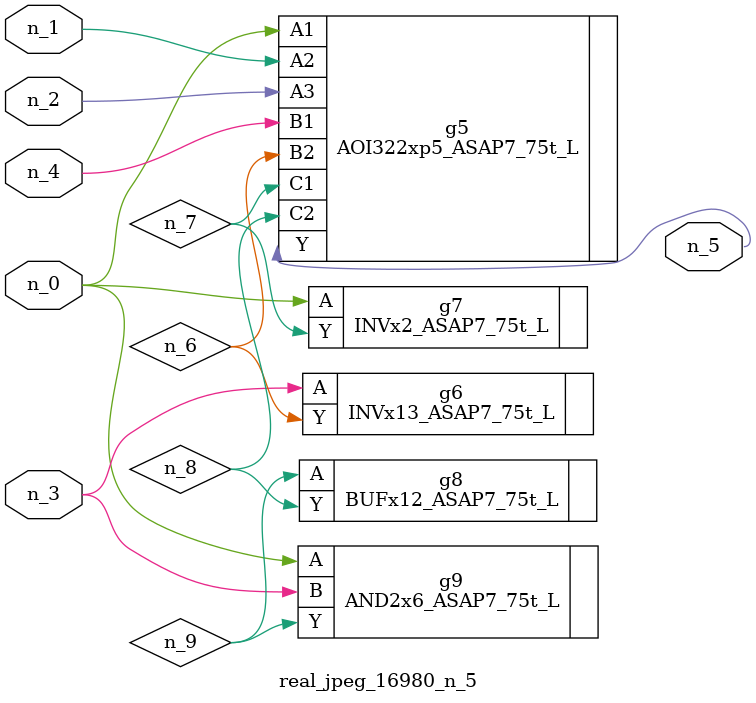
<source format=v>
module real_jpeg_16980_n_5 (n_4, n_0, n_1, n_2, n_3, n_5);

input n_4;
input n_0;
input n_1;
input n_2;
input n_3;

output n_5;

wire n_8;
wire n_6;
wire n_7;
wire n_9;

AOI322xp5_ASAP7_75t_L g5 ( 
.A1(n_0),
.A2(n_1),
.A3(n_2),
.B1(n_4),
.B2(n_6),
.C1(n_7),
.C2(n_8),
.Y(n_5)
);

INVx2_ASAP7_75t_L g7 ( 
.A(n_0),
.Y(n_7)
);

AND2x6_ASAP7_75t_L g9 ( 
.A(n_0),
.B(n_3),
.Y(n_9)
);

INVx13_ASAP7_75t_L g6 ( 
.A(n_3),
.Y(n_6)
);

BUFx12_ASAP7_75t_L g8 ( 
.A(n_9),
.Y(n_8)
);


endmodule
</source>
